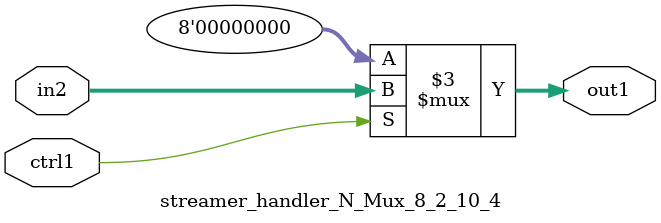
<source format=v>

`timescale 1ps / 1ps


module streamer_handler_N_Mux_8_2_10_4( in2, ctrl1, out1 );

    input [7:0] in2;
    input ctrl1;
    output [7:0] out1;
    reg [7:0] out1;

    
    // rtl_process:streamer_handler_N_Mux_8_2_10_4/streamer_handler_N_Mux_8_2_10_4_thread_1
    always @*
      begin : streamer_handler_N_Mux_8_2_10_4_thread_1
        case (ctrl1) 
          1'b1: 
            begin
              out1 = in2;
            end
          default: 
            begin
              out1 = 8'd000;
            end
        endcase
      end

endmodule



</source>
